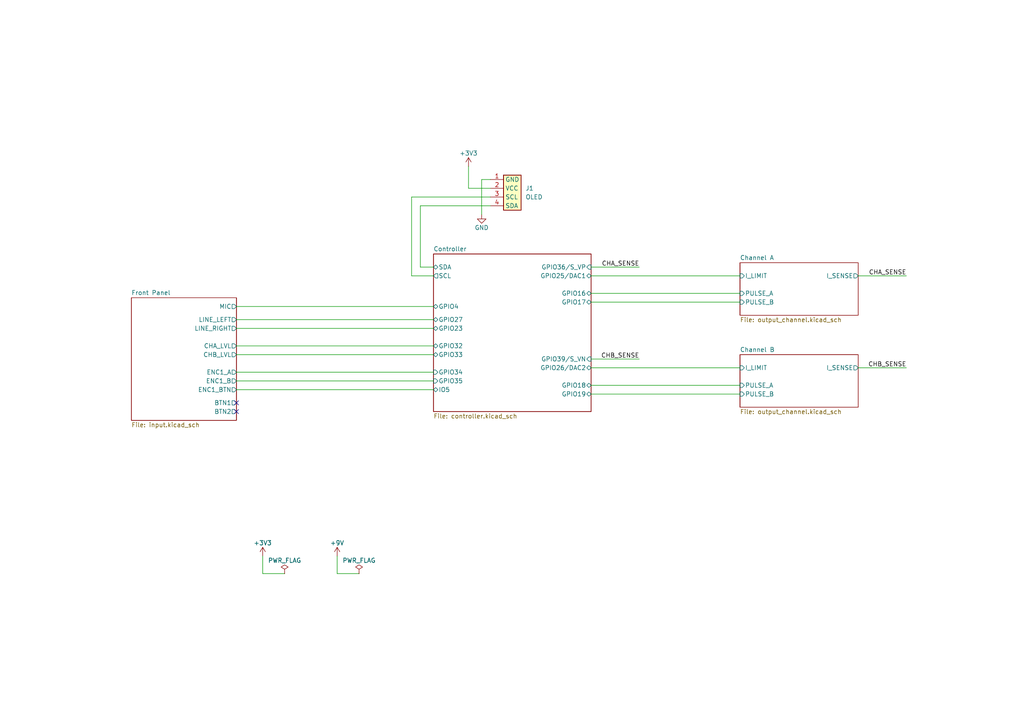
<source format=kicad_sch>
(kicad_sch (version 20211123) (generator eeschema)
  (paper "A4")
  (title_block (title "SW-3221") (date "2022-01-31") (rev "1"))
  (lib_symbols
    (symbol "SaawLib:OLED_MODULE_I2C"
      (property "Reference" "J" (at 0 6.35 0))
      (property "Value" "OLED_MODULE_I2C" (at 0 -6.35 0))
      (symbol "OLED_MODULE_I2C_1_1"
        (rectangle (start -1.27 5.08) (end 3.81 -5.08) (stroke (width 0.254)) (fill (type background)))
        (pin passive line (at -5.08 3.81 0) (length 3.81) (name "GND") (number "1"))
        (pin passive line (at -5.08 1.27 0) (length 3.81) (name "VCC") (number "2"))
        (pin passive line (at -5.08 -1.27 0) (length 3.81) (name "SCL") (number "3"))
        (pin passive line (at -5.08 -3.81 0) (length 3.81) (name "SDA") (number "4"))
      )
    )
    (symbol "power:+3.3V" (power) (pin_names (offset 0))
      (property "Value" "+3.3V" (at 0 3.556 0))
      (symbol "+3.3V_0_1"
        (polyline (pts (xy -0.762 1.27) (xy 0 2.54)))
        (polyline (pts (xy 0 0) (xy 0 2.54)))
        (polyline (pts (xy 0 2.54) (xy 0.762 1.27)))
      )
      (symbol "+3.3V_1_1"
        (pin power_in line (at 0 0 90) (length 0) hide (name "+3V3") (number "1"))
      )
    )
    (symbol "power:+9V" (power) (pin_names (offset 0))
      (property "Value" "+9V" (at 0 3.556 0))
      (symbol "+9V_0_1"
        (polyline (pts (xy -0.762 1.27) (xy 0 2.54)))
        (polyline (pts (xy 0 0) (xy 0 2.54)))
        (polyline (pts (xy 0 2.54) (xy 0.762 1.27)))
      )
      (symbol "+9V_1_1"
        (pin power_in line (at 0 0 90) (length 0) hide (name "+9V") (number "1"))
      )
    )
    (symbol "power:GND" (power) (pin_names (offset 0))
      (property "Value" "GND" (at 0 -3.81 0))
      (symbol "GND_0_1"
        (polyline (pts (xy 0 0) (xy 0 -1.27) (xy 1.27 -1.27) (xy 0 -2.54) (xy -1.27 -1.27) (xy 0 -1.27)))
      )
      (symbol "GND_1_1"
        (pin power_in line (at 0 0 270) (length 0) hide (name "GND") (number "1"))
      )
    )
    (symbol "power:PWR_FLAG" (power) (pin_numbers hide) (pin_names (offset 0) hide)
      (property "Value" "PWR_FLAG" (at 0 3.81 0))
      (symbol "PWR_FLAG_0_0"
        (pin power_out line (at 0 0 90) (length 0) (name "pwr") (number "1"))
      )
      (symbol "PWR_FLAG_0_1"
        (polyline (pts (xy 0 0) (xy 0 1.27) (xy -1.016 1.905) (xy 0 2.54) (xy 1.016 1.905) (xy 0 1.27)))
      )
    )
  )
  (no_connect (at 68.58 116.84))
  (no_connect (at 68.58 119.38))
  (wire (pts (xy 119.38 80.01) (xy 125.73 80.01)))
  (wire (pts (xy 171.45 85.09) (xy 214.63 85.09)))
  (wire (pts (xy 76.2 166.37) (xy 82.55 166.37)))
  (wire (pts (xy 97.79 161.29) (xy 97.79 166.37)))
  (wire (pts (xy 171.45 104.14) (xy 185.42 104.14)))
  (wire (pts (xy 68.58 110.49) (xy 125.73 110.49)))
  (wire (pts (xy 119.38 57.15) (xy 119.38 80.01)))
  (wire (pts (xy 125.73 77.47) (xy 121.92 77.47)))
  (wire (pts (xy 76.2 161.29) (xy 76.2 166.37)))
  (wire (pts (xy 68.58 102.87) (xy 125.73 102.87)))
  (wire (pts (xy 248.92 106.68) (xy 262.89 106.68)))
  (wire (pts (xy 142.24 57.15) (xy 119.38 57.15)))
  (wire (pts (xy 171.45 114.3) (xy 214.63 114.3)))
  (wire (pts (xy 121.92 59.69) (xy 142.24 59.69)))
  (wire (pts (xy 171.45 80.01) (xy 214.63 80.01)))
  (wire (pts (xy 171.45 106.68) (xy 214.63 106.68)))
  (wire (pts (xy 248.92 80.01) (xy 262.89 80.01)))
  (wire (pts (xy 139.7 52.07) (xy 139.7 62.23)))
  (wire (pts (xy 171.45 87.63) (xy 214.63 87.63)))
  (wire (pts (xy 142.24 52.07) (xy 139.7 52.07)))
  (wire (pts (xy 68.58 88.9) (xy 125.73 88.9)))
  (wire (pts (xy 68.58 95.25) (xy 125.73 95.25)))
  (wire (pts (xy 68.58 107.95) (xy 125.73 107.95)))
  (wire (pts (xy 68.58 92.71) (xy 125.73 92.71)))
  (wire (pts (xy 135.89 48.26) (xy 135.89 54.61)))
  (wire (pts (xy 171.45 77.47) (xy 185.42 77.47)))
  (wire (pts (xy 171.45 111.76) (xy 214.63 111.76)))
  (wire (pts (xy 68.58 100.33) (xy 125.73 100.33)))
  (wire (pts (xy 135.89 54.61) (xy 142.24 54.61)))
  (wire (pts (xy 68.58 113.03) (xy 125.73 113.03)))
  (wire (pts (xy 97.79 166.37) (xy 104.14 166.37)))
  (wire (pts (xy 121.92 77.47) (xy 121.92 59.69)))
  (label "CHB_SENSE" (at 262.89 106.68 180))
  (label "CHA_SENSE" (at 185.42 77.47 180))
  (label "CHA_SENSE" (at 262.89 80.01 180))
  (label "CHB_SENSE" (at 185.42 104.14 180))
  (symbol (lib_id "power:+3.3V") (at 76.2 161.29 0) (unit 1)
    (property "Reference" "#PWR01" (effects hide))
    (property "Value" "+3.3V" (at 76.2 157.48 0))
  )
  (symbol (lib_id "power:PWR_FLAG") (at 82.55 166.37 0) (unit 1)
    (property "Reference" "#FLG01" (effects hide))
    (property "Value" "PWR_FLAG" (at 82.55 162.56 0))
  )
  (symbol (lib_id "SaawLib:OLED_MODULE_I2C") (at 147.32 55.88 0) (unit 1)
    (property "Reference" "J1" (at 152.4 54.6099 0) (effects (justify left)))
    (property "Value" "OLED" (at 152.4 57.1499 0) (effects (justify left)))
    (property "Footprint" "SaawLib:OLED_I2C" (effects hide))
  )
  (symbol (lib_id "power:PWR_FLAG") (at 104.14 166.37 0) (unit 1)
    (property "Reference" "#FLG02" (effects hide))
    (property "Value" "PWR_FLAG" (at 104.14 162.56 0))
  )
  (symbol (lib_id "power:+3.3V") (at 135.89 48.26 0) (unit 1)
    (property "Reference" "#PWR03" (effects hide))
    (property "Value" "+3.3V" (at 135.89 44.45 0))
  )
  (symbol (lib_id "power:+9V") (at 97.79 161.29 0) (unit 1)
    (property "Reference" "#PWR02" (effects hide))
    (property "Value" "+9V" (at 97.79 157.48 0))
  )
  (symbol (lib_id "power:GND") (at 139.7 62.23 0) (unit 1)
    (property "Reference" "#PWR04" (effects hide))
    (property "Value" "GND" (at 139.7 66.04 0))
  )
  (sheet (at 214.63 102.87) (size 34.29 15.24) (stroke (width 0.1524))
    (property "Sheet name" "Channel B" (at 214.63 102.1584 0) (effects (justify left bottom)))
    (property "Sheet file" "output_channel.kicad_sch" (at 214.63 118.6946 0) (effects (justify left top)))
    (pin "PULSE_A" input (at 214.63 111.76 180))
    (pin "I_SENSE" output (at 248.92 106.68 0))
    (pin "I_LIMIT" input (at 214.63 106.68 180))
    (pin "PULSE_B" input (at 214.63 114.3 180))
  )
  (sheet (at 38.1 86.36) (size 30.48 35.56) (stroke (width 0.1524))
    (property "Sheet name" "Front Panel" (at 38.1 85.6484 0) (effects (justify left bottom)))
    (property "Sheet file" "input.kicad_sch" (at 38.1 122.5046 0) (effects (justify left top)))
    (pin "LINE_LEFT" output (at 68.58 92.71 0))
    (pin "LINE_RIGHT" output (at 68.58 95.25 0))
    (pin "MIC" output (at 68.58 88.9 0))
    (pin "CHB_LVL" output (at 68.58 102.87 0))
    (pin "ENC1_A" output (at 68.58 107.95 0))
    (pin "BTN2" output (at 68.58 119.38 0))
    (pin "ENC1_B" output (at 68.58 110.49 0))
    (pin "CHA_LVL" output (at 68.58 100.33 0))
    (pin "BTN1" output (at 68.58 116.84 0))
    (pin "ENC1_BTN" output (at 68.58 113.03 0))
  )
  (sheet (at 125.73 73.66) (size 45.72 45.72) (stroke (width 0.1524))
    (property "Sheet name" "Controller" (at 125.73 72.9484 0) (effects (justify left bottom)))
    (property "Sheet file" "controller.kicad_sch" (at 125.73 119.9646 0) (effects (justify left top)))
    (pin "SCL" output (at 125.73 80.01 180))
    (pin "SDA" bidirectional (at 125.73 77.47 180))
    (pin "GPIO39{slash}S_VN" input (at 171.45 104.14 0))
    (pin "GPIO36{slash}S_VP" input (at 171.45 77.47 0))
    (pin "GPIO16" bidirectional (at 171.45 85.09 0))
    (pin "GPIO17" bidirectional (at 171.45 87.63 0))
    (pin "GPIO18" bidirectional (at 171.45 111.76 0))
    (pin "GPIO19" bidirectional (at 171.45 114.3 0))
    (pin "GPIO23" bidirectional (at 125.73 95.25 180))
    (pin "GPIO25{slash}DAC1" bidirectional (at 171.45 80.01 0))
    (pin "GPIO26{slash}DAC2" bidirectional (at 171.45 106.68 0))
    (pin "GPIO27" bidirectional (at 125.73 92.71 180))
    (pin "GPIO32" bidirectional (at 125.73 100.33 180))
    (pin "GPIO33" bidirectional (at 125.73 102.87 180))
    (pin "GPIO34" input (at 125.73 107.95 180))
    (pin "GPIO35" input (at 125.73 110.49 180))
    (pin "GPIO4" bidirectional (at 125.73 88.9 180))
    (pin "IO5" bidirectional (at 125.73 113.03 180))
  )
  (sheet (at 214.63 76.2) (size 34.29 15.24) (stroke (width 0.1524))
    (property "Sheet name" "Channel A" (at 214.63 75.4884 0) (effects (justify left bottom)))
    (property "Sheet file" "output_channel.kicad_sch" (at 214.63 92.0246 0) (effects (justify left top)))
    (pin "PULSE_A" input (at 214.63 85.09 180))
    (pin "I_SENSE" output (at 248.92 80.01 0))
    (pin "I_LIMIT" input (at 214.63 80.01 180))
    (pin "PULSE_B" input (at 214.63 87.63 180))
  )
)
</source>
